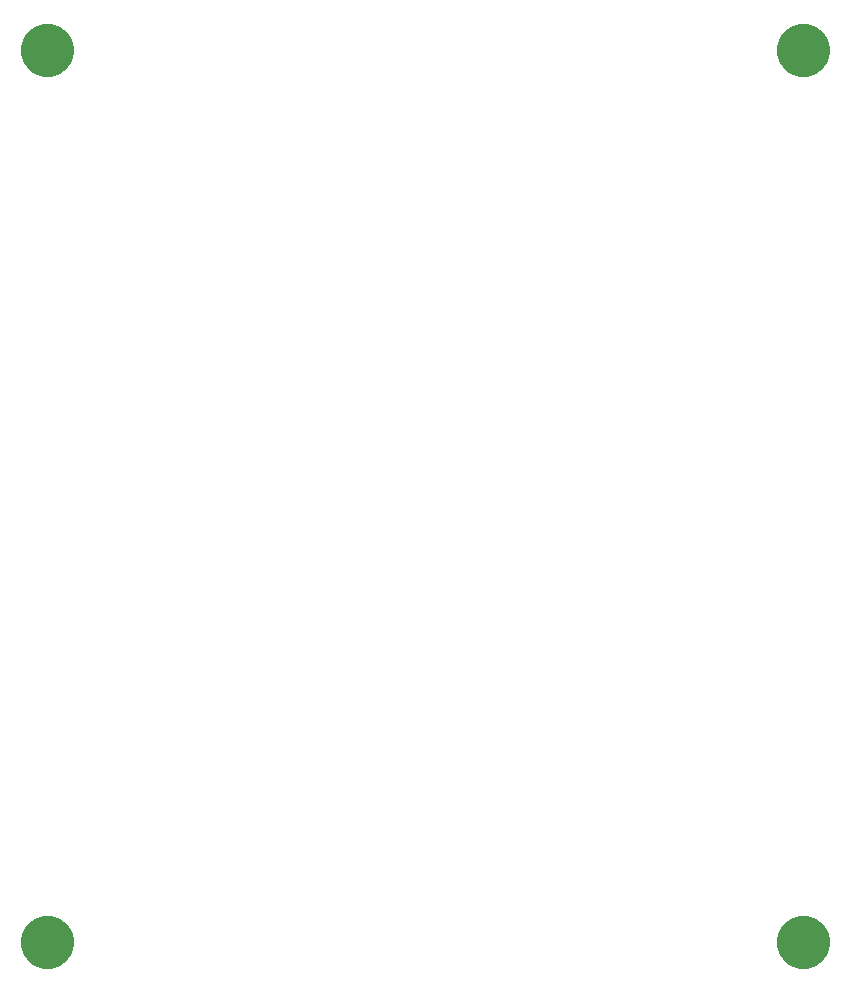
<source format=gbr>
G04 #@! TF.GenerationSoftware,KiCad,Pcbnew,5.1.5+dfsg1-2build2*
G04 #@! TF.CreationDate,2021-03-04T21:13:52+09:00*
G04 #@! TF.ProjectId,pad,7061642e-6b69-4636-9164-5f7063625858,rev?*
G04 #@! TF.SameCoordinates,Original*
G04 #@! TF.FileFunction,Soldermask,Bot*
G04 #@! TF.FilePolarity,Negative*
%FSLAX46Y46*%
G04 Gerber Fmt 4.6, Leading zero omitted, Abs format (unit mm)*
G04 Created by KiCad (PCBNEW 5.1.5+dfsg1-2build2) date 2021-03-04 21:13:52*
%MOMM*%
%LPD*%
G04 APERTURE LIST*
%ADD10C,0.100000*%
G04 APERTURE END LIST*
D10*
G36*
X78775880Y-131759776D02*
G01*
X79156593Y-131835504D01*
X79566249Y-132005189D01*
X79934929Y-132251534D01*
X80248466Y-132565071D01*
X80494811Y-132933751D01*
X80664496Y-133343407D01*
X80751000Y-133778296D01*
X80751000Y-134221704D01*
X80664496Y-134656593D01*
X80494811Y-135066249D01*
X80248466Y-135434929D01*
X79934929Y-135748466D01*
X79566249Y-135994811D01*
X79156593Y-136164496D01*
X78775880Y-136240224D01*
X78721705Y-136251000D01*
X78278295Y-136251000D01*
X78224120Y-136240224D01*
X77843407Y-136164496D01*
X77433751Y-135994811D01*
X77065071Y-135748466D01*
X76751534Y-135434929D01*
X76505189Y-135066249D01*
X76335504Y-134656593D01*
X76249000Y-134221704D01*
X76249000Y-133778296D01*
X76335504Y-133343407D01*
X76505189Y-132933751D01*
X76751534Y-132565071D01*
X77065071Y-132251534D01*
X77433751Y-132005189D01*
X77843407Y-131835504D01*
X78224120Y-131759776D01*
X78278295Y-131749000D01*
X78721705Y-131749000D01*
X78775880Y-131759776D01*
G37*
G36*
X142775880Y-131759776D02*
G01*
X143156593Y-131835504D01*
X143566249Y-132005189D01*
X143934929Y-132251534D01*
X144248466Y-132565071D01*
X144494811Y-132933751D01*
X144664496Y-133343407D01*
X144751000Y-133778296D01*
X144751000Y-134221704D01*
X144664496Y-134656593D01*
X144494811Y-135066249D01*
X144248466Y-135434929D01*
X143934929Y-135748466D01*
X143566249Y-135994811D01*
X143156593Y-136164496D01*
X142775880Y-136240224D01*
X142721705Y-136251000D01*
X142278295Y-136251000D01*
X142224120Y-136240224D01*
X141843407Y-136164496D01*
X141433751Y-135994811D01*
X141065071Y-135748466D01*
X140751534Y-135434929D01*
X140505189Y-135066249D01*
X140335504Y-134656593D01*
X140249000Y-134221704D01*
X140249000Y-133778296D01*
X140335504Y-133343407D01*
X140505189Y-132933751D01*
X140751534Y-132565071D01*
X141065071Y-132251534D01*
X141433751Y-132005189D01*
X141843407Y-131835504D01*
X142224120Y-131759776D01*
X142278295Y-131749000D01*
X142721705Y-131749000D01*
X142775880Y-131759776D01*
G37*
G36*
X142775880Y-56259776D02*
G01*
X143156593Y-56335504D01*
X143566249Y-56505189D01*
X143934929Y-56751534D01*
X144248466Y-57065071D01*
X144494811Y-57433751D01*
X144664496Y-57843407D01*
X144751000Y-58278296D01*
X144751000Y-58721704D01*
X144664496Y-59156593D01*
X144494811Y-59566249D01*
X144248466Y-59934929D01*
X143934929Y-60248466D01*
X143566249Y-60494811D01*
X143156593Y-60664496D01*
X142775880Y-60740224D01*
X142721705Y-60751000D01*
X142278295Y-60751000D01*
X142224120Y-60740224D01*
X141843407Y-60664496D01*
X141433751Y-60494811D01*
X141065071Y-60248466D01*
X140751534Y-59934929D01*
X140505189Y-59566249D01*
X140335504Y-59156593D01*
X140249000Y-58721704D01*
X140249000Y-58278296D01*
X140335504Y-57843407D01*
X140505189Y-57433751D01*
X140751534Y-57065071D01*
X141065071Y-56751534D01*
X141433751Y-56505189D01*
X141843407Y-56335504D01*
X142224120Y-56259776D01*
X142278295Y-56249000D01*
X142721705Y-56249000D01*
X142775880Y-56259776D01*
G37*
G36*
X78775880Y-56259776D02*
G01*
X79156593Y-56335504D01*
X79566249Y-56505189D01*
X79934929Y-56751534D01*
X80248466Y-57065071D01*
X80494811Y-57433751D01*
X80664496Y-57843407D01*
X80751000Y-58278296D01*
X80751000Y-58721704D01*
X80664496Y-59156593D01*
X80494811Y-59566249D01*
X80248466Y-59934929D01*
X79934929Y-60248466D01*
X79566249Y-60494811D01*
X79156593Y-60664496D01*
X78775880Y-60740224D01*
X78721705Y-60751000D01*
X78278295Y-60751000D01*
X78224120Y-60740224D01*
X77843407Y-60664496D01*
X77433751Y-60494811D01*
X77065071Y-60248466D01*
X76751534Y-59934929D01*
X76505189Y-59566249D01*
X76335504Y-59156593D01*
X76249000Y-58721704D01*
X76249000Y-58278296D01*
X76335504Y-57843407D01*
X76505189Y-57433751D01*
X76751534Y-57065071D01*
X77065071Y-56751534D01*
X77433751Y-56505189D01*
X77843407Y-56335504D01*
X78224120Y-56259776D01*
X78278295Y-56249000D01*
X78721705Y-56249000D01*
X78775880Y-56259776D01*
G37*
M02*

</source>
